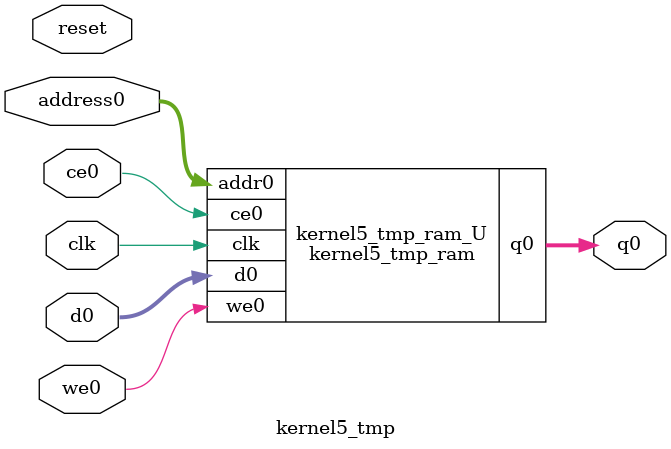
<source format=v>
`timescale 1 ns / 1 ps
module kernel5_tmp_ram (addr0, ce0, d0, we0, q0,  clk);

parameter DWIDTH = 32;
parameter AWIDTH = 10;
parameter MEM_SIZE = 1024;

input[AWIDTH-1:0] addr0;
input ce0;
input[DWIDTH-1:0] d0;
input we0;
output reg[DWIDTH-1:0] q0;
input clk;

(* ram_style = "block" *)reg [DWIDTH-1:0] ram[0:MEM_SIZE-1];




always @(posedge clk)  
begin 
    if (ce0) begin
        if (we0) 
            ram[addr0] <= d0; 
        q0 <= ram[addr0];
    end
end


endmodule

`timescale 1 ns / 1 ps
module kernel5_tmp(
    reset,
    clk,
    address0,
    ce0,
    we0,
    d0,
    q0);

parameter DataWidth = 32'd32;
parameter AddressRange = 32'd1024;
parameter AddressWidth = 32'd10;
input reset;
input clk;
input[AddressWidth - 1:0] address0;
input ce0;
input we0;
input[DataWidth - 1:0] d0;
output[DataWidth - 1:0] q0;



kernel5_tmp_ram kernel5_tmp_ram_U(
    .clk( clk ),
    .addr0( address0 ),
    .ce0( ce0 ),
    .we0( we0 ),
    .d0( d0 ),
    .q0( q0 ));

endmodule


</source>
